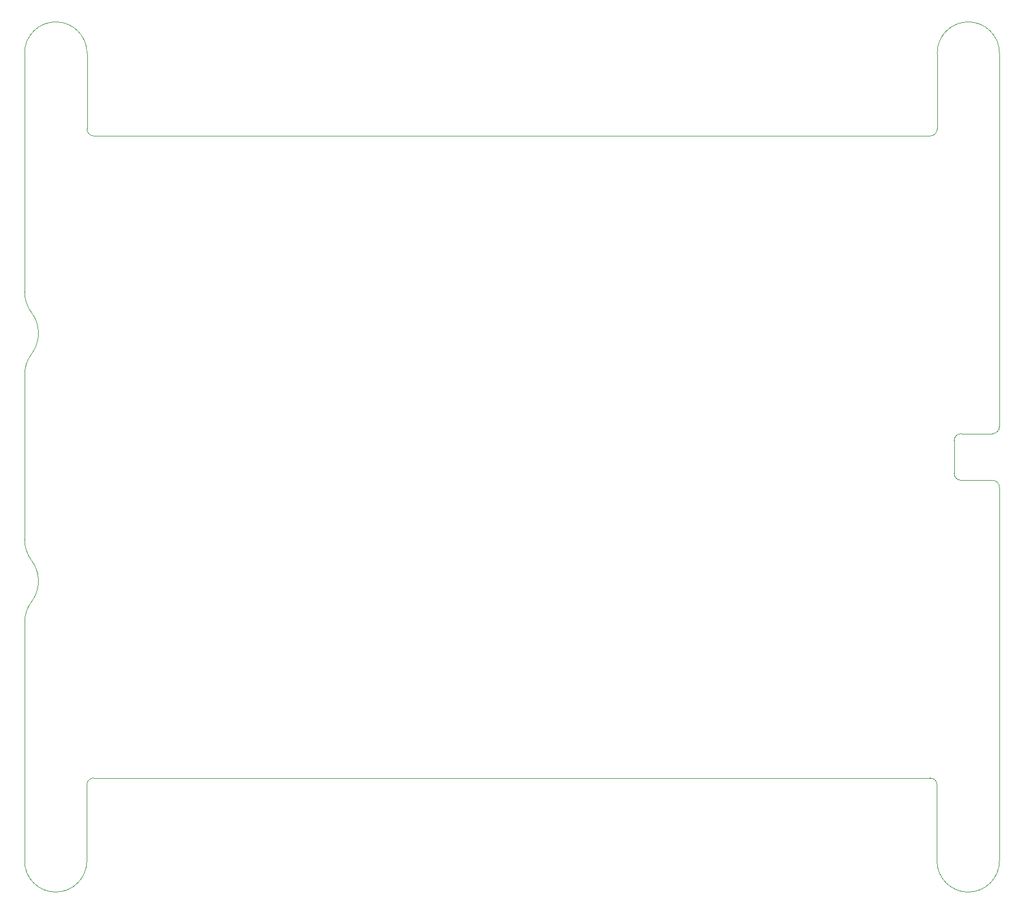
<source format=gbr>
%TF.GenerationSoftware,KiCad,Pcbnew,9.0.4*%
%TF.CreationDate,2025-08-20T10:27:04-06:00*%
%TF.ProjectId,cerberus,63657262-6572-4757-932e-6b696361645f,ERV A*%
%TF.SameCoordinates,Original*%
%TF.FileFunction,Profile,NP*%
%FSLAX46Y46*%
G04 Gerber Fmt 4.6, Leading zero omitted, Abs format (unit mm)*
G04 Created by KiCad (PCBNEW 9.0.4) date 2025-08-20 10:27:04*
%MOMM*%
%LPD*%
G01*
G04 APERTURE LIST*
%TA.AperFunction,Profile*%
%ADD10C,0.050000*%
%TD*%
G04 APERTURE END LIST*
D10*
X75931228Y-79555500D02*
X75931228Y-103380600D01*
X75926228Y-33026884D02*
X75931248Y-67555359D01*
X77931228Y-73555359D02*
G75*
G02*
X76931236Y-76555365I-4999628J-141D01*
G01*
X75931229Y-115380595D02*
X75926231Y-149873785D01*
X75926228Y-33026884D02*
G75*
G02*
X80426228Y-28526228I4500002J654D01*
G01*
X76931228Y-70555359D02*
G75*
G02*
X77931247Y-73555359I-4000028J-3000041D01*
G01*
X76931228Y-70555359D02*
G75*
G02*
X75931247Y-67555359I3999972J2999959D01*
G01*
X211283167Y-94813834D02*
X215840585Y-94814439D01*
X216826227Y-87063700D02*
X216826228Y-33032938D01*
X76931228Y-106380595D02*
G75*
G02*
X77931225Y-109380595I-4000028J-3000005D01*
G01*
X215840585Y-94814439D02*
G75*
G02*
X216826064Y-95814297I-14385J-999761D01*
G01*
X85951317Y-45026119D02*
G75*
G02*
X84951333Y-44015808I83J1000119D01*
G01*
X80426228Y-28526227D02*
G75*
G02*
X84951242Y-33026227I24972J-4499973D01*
G01*
X216826228Y-33032938D02*
X216826228Y-33026227D01*
X75931228Y-79555359D02*
G75*
G02*
X76931236Y-76555365I5000372J-141D01*
G01*
X206801075Y-137851335D02*
G75*
G02*
X207801065Y-138851334I25J-999965D01*
G01*
X216826228Y-149851186D02*
G75*
G02*
X212326228Y-154351228I-4500028J-14D01*
G01*
X85925275Y-137854336D02*
X206801075Y-137851335D01*
X216826227Y-87063700D02*
G75*
G02*
X215826247Y-88063727I-1000027J0D01*
G01*
X216826228Y-149851186D02*
X216826064Y-95814297D01*
X206827117Y-45024120D02*
X85951317Y-45026119D01*
X212326228Y-154351227D02*
G75*
G02*
X207801166Y-149874648I-24928J4500127D01*
G01*
X212326228Y-28526227D02*
G75*
G02*
X216826173Y-33026227I-28J-4499973D01*
G01*
X84926228Y-149850865D02*
X84925335Y-138854381D01*
X80426228Y-154351227D02*
G75*
G02*
X75926230Y-149873785I72J4500127D01*
G01*
X211283167Y-94813834D02*
G75*
G02*
X210283333Y-93802139I233J1000134D01*
G01*
X84951335Y-44015808D02*
X84951297Y-33026227D01*
X207801121Y-138851334D02*
X207801165Y-149874648D01*
X210283335Y-93802139D02*
X210283335Y-89063900D01*
X211286717Y-88063941D02*
X215826247Y-88063727D01*
X207826228Y-33026565D02*
G75*
G02*
X212326226Y-28526228I4499972J365D01*
G01*
X76931228Y-106380595D02*
G75*
G02*
X75931225Y-103380595I3999972J2999995D01*
G01*
X75931228Y-115380595D02*
G75*
G02*
X76931219Y-112380588I5000372J-105D01*
G01*
X84925335Y-138854381D02*
G75*
G02*
X85925275Y-137854335I999965J81D01*
G01*
X77931228Y-109380595D02*
G75*
G02*
X76931219Y-112380588I-4999628J-105D01*
G01*
X84926228Y-149850865D02*
G75*
G02*
X80426230Y-154351228I-4499998J-365D01*
G01*
X207826228Y-33026565D02*
X207827121Y-44024019D01*
X210283335Y-89063900D02*
G75*
G02*
X211286717Y-88063941I999965J0D01*
G01*
X207827121Y-44024019D02*
G75*
G02*
X206827117Y-45024121I-1000021J-81D01*
G01*
M02*

</source>
